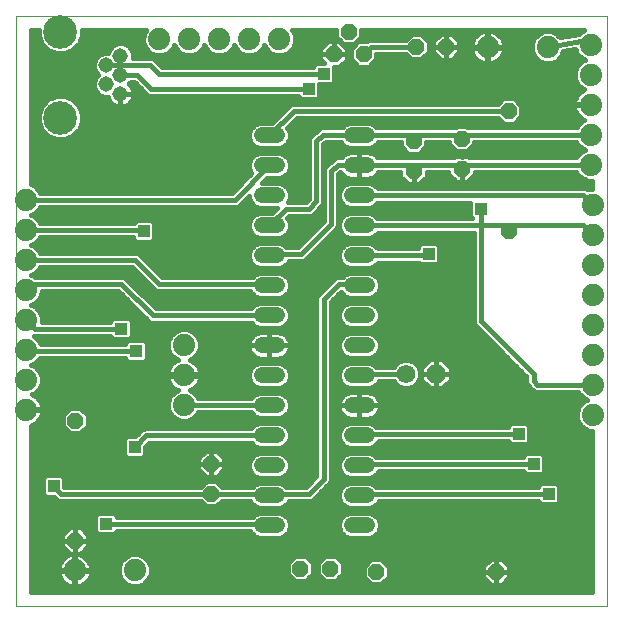
<source format=gbl>
G75*
%MOIN*%
%OFA0B0*%
%FSLAX25Y25*%
%IPPOS*%
%LPD*%
%AMOC8*
5,1,8,0,0,1.08239X$1,22.5*
%
%ADD10C,0.00000*%
%ADD11OC8,0.05200*%
%ADD12C,0.07400*%
%ADD13C,0.05200*%
%ADD14C,0.05150*%
%ADD15C,0.11220*%
%ADD16OC8,0.06200*%
%ADD17C,0.06200*%
%ADD18C,0.01600*%
%ADD19R,0.03962X0.03962*%
D10*
X0003152Y0004300D02*
X0003152Y0201150D01*
X0200002Y0201150D01*
X0200002Y0004300D01*
X0003152Y0004300D01*
D11*
X0022817Y0026190D03*
X0022817Y0066190D03*
X0068152Y0051800D03*
X0068152Y0041800D03*
X0097876Y0016820D03*
X0107876Y0016820D03*
X0123191Y0015757D03*
X0163191Y0015757D03*
X0167306Y0129359D03*
X0151617Y0150107D03*
X0151617Y0160107D03*
X0135652Y0159300D03*
X0135652Y0149300D03*
X0167306Y0169359D03*
X0146498Y0190737D03*
X0136498Y0190737D03*
X0118998Y0188355D03*
X0113998Y0195855D03*
X0108998Y0188355D03*
D12*
X0090829Y0193276D03*
X0080829Y0193276D03*
X0070829Y0193276D03*
X0060829Y0193276D03*
X0050829Y0193276D03*
X0006400Y0139792D03*
X0006400Y0129792D03*
X0006400Y0119792D03*
X0006400Y0109792D03*
X0006400Y0099792D03*
X0006400Y0089792D03*
X0006400Y0079792D03*
X0006400Y0069792D03*
X0058998Y0071367D03*
X0058998Y0081367D03*
X0058998Y0091367D03*
X0042640Y0016249D03*
X0022640Y0016249D03*
X0194628Y0151485D03*
X0194628Y0161485D03*
X0194628Y0171485D03*
X0194628Y0181485D03*
X0194628Y0191485D03*
X0180298Y0190658D03*
X0160298Y0190658D03*
X0195317Y0138158D03*
X0195317Y0128158D03*
X0195317Y0118158D03*
X0195317Y0108158D03*
X0195317Y0098158D03*
X0195317Y0088158D03*
X0195317Y0078158D03*
X0195317Y0068158D03*
D13*
X0120161Y0071229D02*
X0114961Y0071229D01*
X0114961Y0061229D02*
X0120161Y0061229D01*
X0120161Y0051229D02*
X0114961Y0051229D01*
X0114961Y0041229D02*
X0120161Y0041229D01*
X0120161Y0031229D02*
X0114961Y0031229D01*
X0090161Y0031229D02*
X0084961Y0031229D01*
X0084961Y0041229D02*
X0090161Y0041229D01*
X0090161Y0051229D02*
X0084961Y0051229D01*
X0084961Y0061229D02*
X0090161Y0061229D01*
X0090161Y0071229D02*
X0084961Y0071229D01*
X0084961Y0081229D02*
X0090161Y0081229D01*
X0090161Y0091229D02*
X0084961Y0091229D01*
X0084961Y0101229D02*
X0090161Y0101229D01*
X0090161Y0111229D02*
X0084961Y0111229D01*
X0084961Y0121229D02*
X0090161Y0121229D01*
X0090161Y0131229D02*
X0084961Y0131229D01*
X0084961Y0141229D02*
X0090161Y0141229D01*
X0090161Y0151229D02*
X0084961Y0151229D01*
X0084961Y0161229D02*
X0090161Y0161229D01*
X0114961Y0161229D02*
X0120161Y0161229D01*
X0120161Y0151229D02*
X0114961Y0151229D01*
X0114961Y0141229D02*
X0120161Y0141229D01*
X0120161Y0131229D02*
X0114961Y0131229D01*
X0114961Y0121229D02*
X0120161Y0121229D01*
X0120161Y0111229D02*
X0114961Y0111229D01*
X0114961Y0101229D02*
X0120161Y0101229D01*
X0120161Y0091229D02*
X0114961Y0091229D01*
X0114961Y0081229D02*
X0120161Y0081229D01*
D14*
X0037916Y0175166D03*
X0033191Y0178316D03*
X0037916Y0181465D03*
X0033191Y0184615D03*
X0037916Y0187765D03*
D15*
X0017837Y0195835D03*
X0017837Y0167095D03*
D16*
X0143152Y0081800D03*
D17*
X0133152Y0081800D03*
D18*
X0118132Y0081800D01*
X0117561Y0081229D01*
X0114126Y0077029D02*
X0120997Y0077029D01*
X0122541Y0077669D01*
X0123722Y0078850D01*
X0123950Y0079400D01*
X0129059Y0079400D01*
X0129167Y0079138D01*
X0130490Y0077816D01*
X0132217Y0077100D01*
X0134087Y0077100D01*
X0135814Y0077816D01*
X0137136Y0079138D01*
X0137852Y0080865D01*
X0137852Y0082735D01*
X0137136Y0084462D01*
X0135814Y0085784D01*
X0134087Y0086500D01*
X0132217Y0086500D01*
X0130490Y0085784D01*
X0129167Y0084462D01*
X0129059Y0084200D01*
X0123130Y0084200D01*
X0122541Y0084790D01*
X0120997Y0085429D01*
X0114126Y0085429D01*
X0112582Y0084790D01*
X0111401Y0083608D01*
X0110761Y0082065D01*
X0110761Y0080394D01*
X0111401Y0078850D01*
X0112582Y0077669D01*
X0114126Y0077029D01*
X0114615Y0075629D02*
X0113931Y0075521D01*
X0113272Y0075307D01*
X0112655Y0074992D01*
X0112095Y0074585D01*
X0111605Y0074096D01*
X0111198Y0073535D01*
X0110884Y0072918D01*
X0110670Y0072259D01*
X0110561Y0071575D01*
X0110561Y0071229D01*
X0110561Y0070883D01*
X0110670Y0070199D01*
X0110884Y0069540D01*
X0111198Y0068923D01*
X0111605Y0068363D01*
X0112095Y0067873D01*
X0112655Y0067466D01*
X0113272Y0067151D01*
X0113931Y0066937D01*
X0114615Y0066829D01*
X0117561Y0066829D01*
X0117561Y0071229D01*
X0110561Y0071229D01*
X0117561Y0071229D01*
X0117561Y0071229D01*
X0117561Y0071229D01*
X0117561Y0075629D01*
X0114615Y0075629D01*
X0112163Y0074634D02*
X0108052Y0074634D01*
X0108052Y0073036D02*
X0110944Y0073036D01*
X0110561Y0071437D02*
X0108052Y0071437D01*
X0108052Y0069839D02*
X0110787Y0069839D01*
X0111728Y0068240D02*
X0108052Y0068240D01*
X0108052Y0066642D02*
X0190209Y0066642D01*
X0190017Y0067104D02*
X0190824Y0065156D01*
X0192315Y0063665D01*
X0194263Y0062858D01*
X0195202Y0062858D01*
X0195202Y0009100D01*
X0007952Y0009100D01*
X0007952Y0064513D01*
X0008511Y0064695D01*
X0009283Y0065088D01*
X0009983Y0065597D01*
X0010595Y0066209D01*
X0011104Y0066909D01*
X0011497Y0067681D01*
X0011765Y0068504D01*
X0011900Y0069359D01*
X0011900Y0069592D01*
X0007952Y0069592D01*
X0007952Y0069992D01*
X0011900Y0069992D01*
X0011900Y0070225D01*
X0011765Y0071080D01*
X0011497Y0071903D01*
X0011104Y0072675D01*
X0010595Y0073375D01*
X0009983Y0073987D01*
X0009283Y0074496D01*
X0008511Y0074889D01*
X0008456Y0074907D01*
X0009402Y0075299D01*
X0010893Y0076790D01*
X0011700Y0078738D01*
X0011700Y0080846D01*
X0010893Y0082794D01*
X0009402Y0084285D01*
X0008178Y0084792D01*
X0009402Y0085299D01*
X0010893Y0086790D01*
X0010939Y0086900D01*
X0039571Y0086900D01*
X0039571Y0086656D01*
X0040508Y0085719D01*
X0045796Y0085719D01*
X0046733Y0086656D01*
X0046733Y0091944D01*
X0045796Y0092881D01*
X0040508Y0092881D01*
X0039571Y0091944D01*
X0039571Y0091700D01*
X0011346Y0091700D01*
X0010893Y0092794D01*
X0009402Y0094285D01*
X0009125Y0094400D01*
X0034571Y0094400D01*
X0034571Y0094156D01*
X0035508Y0093219D01*
X0040796Y0093219D01*
X0041733Y0094156D01*
X0041733Y0099444D01*
X0040796Y0100381D01*
X0035508Y0100381D01*
X0034571Y0099444D01*
X0034571Y0099200D01*
X0011700Y0099200D01*
X0011700Y0100846D01*
X0010893Y0102794D01*
X0009402Y0104285D01*
X0008178Y0104792D01*
X0009402Y0105299D01*
X0010893Y0106790D01*
X0011700Y0108738D01*
X0011700Y0109400D01*
X0037158Y0109400D01*
X0047363Y0099195D01*
X0048245Y0098829D01*
X0081422Y0098829D01*
X0082582Y0097669D01*
X0084126Y0097029D01*
X0090997Y0097029D01*
X0092541Y0097669D01*
X0093722Y0098850D01*
X0094361Y0100394D01*
X0094361Y0102065D01*
X0093722Y0103608D01*
X0092541Y0104790D01*
X0090997Y0105429D01*
X0084126Y0105429D01*
X0082582Y0104790D01*
X0081422Y0103629D01*
X0049717Y0103629D01*
X0040187Y0113159D01*
X0039511Y0113835D01*
X0038629Y0114200D01*
X0009487Y0114200D01*
X0009402Y0114285D01*
X0008178Y0114792D01*
X0009402Y0115299D01*
X0010893Y0116790D01*
X0011143Y0117392D01*
X0041666Y0117392D01*
X0048617Y0110441D01*
X0049292Y0109765D01*
X0050175Y0109400D01*
X0081173Y0109400D01*
X0081401Y0108850D01*
X0082582Y0107669D01*
X0084126Y0107029D01*
X0090997Y0107029D01*
X0092541Y0107669D01*
X0093722Y0108850D01*
X0094361Y0110394D01*
X0094361Y0112065D01*
X0093722Y0113608D01*
X0092541Y0114790D01*
X0090997Y0115429D01*
X0084126Y0115429D01*
X0082582Y0114790D01*
X0081993Y0114200D01*
X0051646Y0114200D01*
X0044019Y0121827D01*
X0043137Y0122192D01*
X0011143Y0122192D01*
X0010893Y0122794D01*
X0009402Y0124285D01*
X0008178Y0124792D01*
X0009402Y0125299D01*
X0010893Y0126790D01*
X0011143Y0127392D01*
X0042071Y0127392D01*
X0042071Y0126656D01*
X0043008Y0125719D01*
X0048296Y0125719D01*
X0049233Y0126656D01*
X0049233Y0131944D01*
X0048296Y0132881D01*
X0043008Y0132881D01*
X0042319Y0132192D01*
X0011143Y0132192D01*
X0010893Y0132794D01*
X0009402Y0134285D01*
X0008178Y0134792D01*
X0009402Y0135299D01*
X0010893Y0136790D01*
X0011143Y0137392D01*
X0076602Y0137392D01*
X0077484Y0137758D01*
X0080761Y0141035D01*
X0080761Y0140394D01*
X0081401Y0138850D01*
X0082582Y0137669D01*
X0084126Y0137029D01*
X0089967Y0137029D01*
X0088367Y0135429D01*
X0084126Y0135429D01*
X0082582Y0134790D01*
X0081401Y0133608D01*
X0080761Y0132065D01*
X0080761Y0130394D01*
X0081401Y0128850D01*
X0082582Y0127669D01*
X0084126Y0127029D01*
X0090997Y0127029D01*
X0092541Y0127669D01*
X0093722Y0128850D01*
X0094361Y0130394D01*
X0094361Y0132065D01*
X0093722Y0133608D01*
X0093528Y0133802D01*
X0094126Y0134400D01*
X0101129Y0134400D01*
X0102011Y0134765D01*
X0102687Y0135441D01*
X0105187Y0137941D01*
X0105552Y0138823D01*
X0105552Y0158306D01*
X0106331Y0159085D01*
X0111303Y0159085D01*
X0111401Y0158850D01*
X0112582Y0157669D01*
X0114126Y0157029D01*
X0120997Y0157029D01*
X0122541Y0157669D01*
X0123722Y0158850D01*
X0123819Y0159085D01*
X0131452Y0159085D01*
X0131452Y0157560D01*
X0133912Y0155100D01*
X0137392Y0155100D01*
X0139852Y0157560D01*
X0139852Y0159085D01*
X0147417Y0159085D01*
X0147417Y0158367D01*
X0149877Y0155907D01*
X0153356Y0155907D01*
X0155817Y0158367D01*
X0155817Y0159085D01*
X0189886Y0159085D01*
X0190135Y0158483D01*
X0191626Y0156992D01*
X0192850Y0156485D01*
X0191626Y0155978D01*
X0190135Y0154487D01*
X0189886Y0153885D01*
X0154061Y0153885D01*
X0153439Y0154507D01*
X0151617Y0154507D01*
X0151617Y0153885D01*
X0151616Y0153885D01*
X0151616Y0154507D01*
X0149794Y0154507D01*
X0149172Y0153885D01*
X0123670Y0153885D01*
X0123518Y0154096D01*
X0123028Y0154585D01*
X0122468Y0154992D01*
X0121850Y0155307D01*
X0121192Y0155521D01*
X0120508Y0155629D01*
X0117561Y0155629D01*
X0114615Y0155629D01*
X0113931Y0155521D01*
X0113272Y0155307D01*
X0112655Y0154992D01*
X0112095Y0154585D01*
X0111605Y0154096D01*
X0111452Y0153885D01*
X0109860Y0153885D01*
X0108978Y0153520D01*
X0106792Y0151335D01*
X0106117Y0150659D01*
X0105752Y0149777D01*
X0105752Y0132794D01*
X0097158Y0124200D01*
X0093130Y0124200D01*
X0092541Y0124790D01*
X0090997Y0125429D01*
X0084126Y0125429D01*
X0082582Y0124790D01*
X0081401Y0123608D01*
X0080761Y0122065D01*
X0080761Y0120394D01*
X0081401Y0118850D01*
X0082582Y0117669D01*
X0084126Y0117029D01*
X0090997Y0117029D01*
X0092541Y0117669D01*
X0093722Y0118850D01*
X0093950Y0119400D01*
X0098629Y0119400D01*
X0099511Y0119765D01*
X0100187Y0120441D01*
X0110187Y0130441D01*
X0110552Y0131323D01*
X0110552Y0148306D01*
X0111188Y0148942D01*
X0111198Y0148923D01*
X0111605Y0148363D01*
X0112095Y0147873D01*
X0112655Y0147466D01*
X0113272Y0147151D01*
X0113931Y0146937D01*
X0114615Y0146829D01*
X0117561Y0146829D01*
X0117561Y0149085D01*
X0117561Y0149085D01*
X0117561Y0146829D01*
X0120508Y0146829D01*
X0121192Y0146937D01*
X0121850Y0147151D01*
X0122468Y0147466D01*
X0123028Y0147873D01*
X0123518Y0148363D01*
X0123925Y0148923D01*
X0124007Y0149085D01*
X0131252Y0149085D01*
X0131252Y0147477D01*
X0133829Y0144900D01*
X0135652Y0144900D01*
X0137474Y0144900D01*
X0140052Y0147477D01*
X0140052Y0149085D01*
X0147217Y0149085D01*
X0147217Y0148285D01*
X0149794Y0145707D01*
X0151616Y0145707D01*
X0151616Y0149085D01*
X0151617Y0149085D01*
X0151617Y0145707D01*
X0153439Y0145707D01*
X0156017Y0148285D01*
X0156017Y0149085D01*
X0189886Y0149085D01*
X0190135Y0148483D01*
X0191626Y0146992D01*
X0193574Y0146185D01*
X0195202Y0146185D01*
X0195202Y0143458D01*
X0194263Y0143458D01*
X0193661Y0143209D01*
X0193606Y0143264D01*
X0192724Y0143629D01*
X0123701Y0143629D01*
X0122541Y0144790D01*
X0120997Y0145429D01*
X0114126Y0145429D01*
X0112582Y0144790D01*
X0111401Y0143608D01*
X0110761Y0142065D01*
X0110761Y0140394D01*
X0111401Y0138850D01*
X0112582Y0137669D01*
X0114126Y0137029D01*
X0120997Y0137029D01*
X0122541Y0137669D01*
X0123701Y0138829D01*
X0154571Y0138829D01*
X0154571Y0134156D01*
X0155098Y0133629D01*
X0123701Y0133629D01*
X0122541Y0134790D01*
X0120997Y0135429D01*
X0114126Y0135429D01*
X0112582Y0134790D01*
X0111401Y0133608D01*
X0110761Y0132065D01*
X0110761Y0130394D01*
X0111401Y0128850D01*
X0112582Y0127669D01*
X0114126Y0127029D01*
X0120997Y0127029D01*
X0122541Y0127669D01*
X0123701Y0128829D01*
X0155752Y0128829D01*
X0155752Y0098823D01*
X0156117Y0097941D01*
X0173252Y0080806D01*
X0173252Y0078823D01*
X0173617Y0077941D01*
X0174759Y0076799D01*
X0175434Y0076124D01*
X0176316Y0075758D01*
X0190575Y0075758D01*
X0190824Y0075156D01*
X0192315Y0073665D01*
X0193539Y0073158D01*
X0192315Y0072651D01*
X0190824Y0071160D01*
X0190017Y0069213D01*
X0190017Y0067104D01*
X0190017Y0068240D02*
X0123395Y0068240D01*
X0123518Y0068363D02*
X0123925Y0068923D01*
X0124239Y0069540D01*
X0124453Y0070199D01*
X0124561Y0070883D01*
X0124561Y0071229D01*
X0117562Y0071229D01*
X0117562Y0071229D01*
X0124561Y0071229D01*
X0124561Y0071575D01*
X0124453Y0072259D01*
X0124239Y0072918D01*
X0123925Y0073535D01*
X0123518Y0074096D01*
X0123028Y0074585D01*
X0122468Y0074992D01*
X0121850Y0075307D01*
X0121192Y0075521D01*
X0120508Y0075629D01*
X0117561Y0075629D01*
X0117561Y0071229D01*
X0117561Y0071229D01*
X0117561Y0066829D01*
X0120508Y0066829D01*
X0121192Y0066937D01*
X0121850Y0067151D01*
X0122468Y0067466D01*
X0123028Y0067873D01*
X0123518Y0068363D01*
X0124336Y0069839D02*
X0190277Y0069839D01*
X0191101Y0071437D02*
X0124561Y0071437D01*
X0124179Y0073036D02*
X0193244Y0073036D01*
X0191346Y0074634D02*
X0122960Y0074634D01*
X0122703Y0077832D02*
X0130474Y0077832D01*
X0135830Y0077832D02*
X0140191Y0077832D01*
X0141122Y0076900D02*
X0143152Y0076900D01*
X0145182Y0076900D01*
X0148052Y0079770D01*
X0148052Y0081800D01*
X0148052Y0083830D01*
X0145182Y0086700D01*
X0143152Y0086700D01*
X0143152Y0081800D01*
X0148052Y0081800D01*
X0143152Y0081800D01*
X0143152Y0081800D01*
X0143152Y0081800D01*
X0143152Y0076900D01*
X0143152Y0081800D01*
X0143152Y0081800D01*
X0143152Y0086700D01*
X0141122Y0086700D01*
X0138252Y0083830D01*
X0138252Y0081800D01*
X0143152Y0081800D01*
X0143152Y0081800D01*
X0138252Y0081800D01*
X0138252Y0079770D01*
X0141122Y0076900D01*
X0143152Y0077832D02*
X0143152Y0077832D01*
X0143152Y0079430D02*
X0143152Y0079430D01*
X0143152Y0081029D02*
X0143152Y0081029D01*
X0143152Y0082627D02*
X0143152Y0082627D01*
X0143152Y0084226D02*
X0143152Y0084226D01*
X0143152Y0085824D02*
X0143152Y0085824D01*
X0140246Y0085824D02*
X0135719Y0085824D01*
X0137235Y0084226D02*
X0138648Y0084226D01*
X0138252Y0082627D02*
X0137852Y0082627D01*
X0137852Y0081029D02*
X0138252Y0081029D01*
X0138592Y0079430D02*
X0137258Y0079430D01*
X0130585Y0085824D02*
X0108052Y0085824D01*
X0108052Y0084226D02*
X0112018Y0084226D01*
X0110994Y0082627D02*
X0108052Y0082627D01*
X0108052Y0081029D02*
X0110761Y0081029D01*
X0111161Y0079430D02*
X0108052Y0079430D01*
X0108052Y0077832D02*
X0112419Y0077832D01*
X0108052Y0076233D02*
X0175325Y0076233D01*
X0173726Y0077832D02*
X0146113Y0077832D01*
X0147712Y0079430D02*
X0173252Y0079430D01*
X0173029Y0081029D02*
X0148052Y0081029D01*
X0148052Y0082627D02*
X0171431Y0082627D01*
X0169832Y0084226D02*
X0147656Y0084226D01*
X0146058Y0085824D02*
X0168234Y0085824D01*
X0166635Y0087423D02*
X0121947Y0087423D01*
X0122541Y0087669D02*
X0123722Y0088850D01*
X0124361Y0090394D01*
X0124361Y0092065D01*
X0123722Y0093608D01*
X0122541Y0094790D01*
X0120997Y0095429D01*
X0114126Y0095429D01*
X0112582Y0094790D01*
X0111401Y0093608D01*
X0110761Y0092065D01*
X0110761Y0090394D01*
X0111401Y0088850D01*
X0112582Y0087669D01*
X0114126Y0087029D01*
X0120997Y0087029D01*
X0122541Y0087669D01*
X0123793Y0089021D02*
X0165037Y0089021D01*
X0163438Y0090620D02*
X0124361Y0090620D01*
X0124298Y0092218D02*
X0161840Y0092218D01*
X0160241Y0093817D02*
X0123514Y0093817D01*
X0121031Y0095415D02*
X0158643Y0095415D01*
X0157044Y0097014D02*
X0108052Y0097014D01*
X0108052Y0098612D02*
X0111639Y0098612D01*
X0111401Y0098850D02*
X0112582Y0097669D01*
X0114126Y0097029D01*
X0120997Y0097029D01*
X0122541Y0097669D01*
X0123722Y0098850D01*
X0124361Y0100394D01*
X0124361Y0102065D01*
X0123722Y0103608D01*
X0122541Y0104790D01*
X0120997Y0105429D01*
X0114126Y0105429D01*
X0112582Y0104790D01*
X0111401Y0103608D01*
X0110761Y0102065D01*
X0110761Y0100394D01*
X0111401Y0098850D01*
X0110837Y0100211D02*
X0108052Y0100211D01*
X0108052Y0101809D02*
X0110761Y0101809D01*
X0111318Y0103408D02*
X0108052Y0103408D01*
X0108052Y0105006D02*
X0113105Y0105006D01*
X0114126Y0107029D02*
X0120997Y0107029D01*
X0122541Y0107669D01*
X0123722Y0108850D01*
X0124361Y0110394D01*
X0124361Y0112065D01*
X0123722Y0113608D01*
X0122541Y0114790D01*
X0120997Y0115429D01*
X0114126Y0115429D01*
X0112582Y0114790D01*
X0111993Y0114200D01*
X0110175Y0114200D01*
X0109292Y0113835D01*
X0108617Y0113159D01*
X0104292Y0108835D01*
X0103617Y0108159D01*
X0103252Y0107277D01*
X0103252Y0047794D01*
X0099658Y0044200D01*
X0093130Y0044200D01*
X0092541Y0044790D01*
X0090997Y0045429D01*
X0084126Y0045429D01*
X0082582Y0044790D01*
X0081993Y0044200D01*
X0071692Y0044200D01*
X0069892Y0046000D01*
X0066412Y0046000D01*
X0064612Y0044200D01*
X0019233Y0044200D01*
X0019233Y0046944D01*
X0018296Y0047881D01*
X0013008Y0047881D01*
X0012071Y0046944D01*
X0012071Y0041656D01*
X0013008Y0040719D01*
X0015839Y0040719D01*
X0016117Y0040441D01*
X0016792Y0039765D01*
X0017675Y0039400D01*
X0064612Y0039400D01*
X0066412Y0037600D01*
X0069892Y0037600D01*
X0071692Y0039400D01*
X0081173Y0039400D01*
X0081401Y0038850D01*
X0082582Y0037669D01*
X0084126Y0037029D01*
X0090997Y0037029D01*
X0092541Y0037669D01*
X0093722Y0038850D01*
X0093950Y0039400D01*
X0101129Y0039400D01*
X0102011Y0039765D01*
X0107011Y0044765D01*
X0107687Y0045441D01*
X0108052Y0046323D01*
X0108052Y0105806D01*
X0111312Y0109066D01*
X0111401Y0108850D01*
X0112582Y0107669D01*
X0114126Y0107029D01*
X0112048Y0108203D02*
X0110449Y0108203D01*
X0108851Y0106605D02*
X0155752Y0106605D01*
X0155752Y0108203D02*
X0123075Y0108203D01*
X0124116Y0109802D02*
X0155752Y0109802D01*
X0155752Y0111400D02*
X0124361Y0111400D01*
X0123974Y0112999D02*
X0155752Y0112999D01*
X0155752Y0114597D02*
X0122733Y0114597D01*
X0120997Y0117029D02*
X0122541Y0117669D01*
X0123701Y0118829D01*
X0137398Y0118829D01*
X0138008Y0118219D01*
X0143296Y0118219D01*
X0144233Y0119156D01*
X0144233Y0124444D01*
X0143296Y0125381D01*
X0138008Y0125381D01*
X0137071Y0124444D01*
X0137071Y0123629D01*
X0123701Y0123629D01*
X0122541Y0124790D01*
X0120997Y0125429D01*
X0114126Y0125429D01*
X0112582Y0124790D01*
X0111401Y0123608D01*
X0110761Y0122065D01*
X0110761Y0120394D01*
X0111401Y0118850D01*
X0112582Y0117669D01*
X0114126Y0117029D01*
X0120997Y0117029D01*
X0122666Y0117794D02*
X0155752Y0117794D01*
X0155752Y0116196D02*
X0049650Y0116196D01*
X0048052Y0117794D02*
X0082457Y0117794D01*
X0081176Y0119393D02*
X0046453Y0119393D01*
X0044855Y0120991D02*
X0080761Y0120991D01*
X0080979Y0122590D02*
X0010978Y0122590D01*
X0009499Y0124188D02*
X0081981Y0124188D01*
X0083266Y0127385D02*
X0049233Y0127385D01*
X0049233Y0128984D02*
X0081345Y0128984D01*
X0080761Y0130582D02*
X0049233Y0130582D01*
X0048996Y0132181D02*
X0080810Y0132181D01*
X0081572Y0133779D02*
X0009908Y0133779D01*
X0009481Y0135378D02*
X0084002Y0135378D01*
X0081676Y0138575D02*
X0078301Y0138575D01*
X0079900Y0140173D02*
X0080853Y0140173D01*
X0076124Y0139792D02*
X0087561Y0151229D01*
X0086756Y0147029D02*
X0090997Y0147029D01*
X0092541Y0147669D01*
X0093722Y0148850D01*
X0094361Y0150394D01*
X0094361Y0152065D01*
X0093722Y0153608D01*
X0092541Y0154790D01*
X0090997Y0155429D01*
X0084126Y0155429D01*
X0082582Y0154790D01*
X0081401Y0153608D01*
X0080761Y0152065D01*
X0080761Y0150394D01*
X0081401Y0148850D01*
X0081595Y0148656D01*
X0075130Y0142192D01*
X0011143Y0142192D01*
X0010893Y0142794D01*
X0009402Y0144285D01*
X0007952Y0144886D01*
X0007952Y0196350D01*
X0010627Y0196350D01*
X0010627Y0194401D01*
X0011724Y0191751D01*
X0013753Y0189723D01*
X0016403Y0188625D01*
X0019271Y0188625D01*
X0021921Y0189723D01*
X0023950Y0191751D01*
X0025047Y0194401D01*
X0025047Y0196350D01*
X0046408Y0196350D01*
X0046336Y0196279D01*
X0045529Y0194331D01*
X0045529Y0192222D01*
X0046336Y0190274D01*
X0047827Y0188783D01*
X0049775Y0187976D01*
X0051883Y0187976D01*
X0053831Y0188783D01*
X0055322Y0190274D01*
X0055829Y0191498D01*
X0056336Y0190274D01*
X0057827Y0188783D01*
X0059775Y0187976D01*
X0061883Y0187976D01*
X0063831Y0188783D01*
X0065322Y0190274D01*
X0065829Y0191498D01*
X0066336Y0190274D01*
X0067827Y0188783D01*
X0069775Y0187976D01*
X0071883Y0187976D01*
X0073831Y0188783D01*
X0075322Y0190274D01*
X0075829Y0191498D01*
X0076336Y0190274D01*
X0077827Y0188783D01*
X0079775Y0187976D01*
X0081883Y0187976D01*
X0083831Y0188783D01*
X0085322Y0190274D01*
X0085829Y0191498D01*
X0086336Y0190274D01*
X0087827Y0188783D01*
X0089775Y0187976D01*
X0091883Y0187976D01*
X0093831Y0188783D01*
X0095322Y0190274D01*
X0096129Y0192222D01*
X0096129Y0194331D01*
X0095322Y0196279D01*
X0095250Y0196350D01*
X0109798Y0196350D01*
X0109798Y0194115D01*
X0112259Y0191655D01*
X0115738Y0191655D01*
X0118198Y0194115D01*
X0118198Y0196350D01*
X0192525Y0196350D01*
X0191626Y0195978D01*
X0190834Y0195186D01*
X0184514Y0193937D01*
X0183300Y0195151D01*
X0181352Y0195958D01*
X0179243Y0195958D01*
X0177295Y0195151D01*
X0175805Y0193660D01*
X0174998Y0191712D01*
X0174998Y0189604D01*
X0175805Y0187656D01*
X0177295Y0186165D01*
X0179243Y0185358D01*
X0181352Y0185358D01*
X0183300Y0186165D01*
X0184791Y0187656D01*
X0185442Y0189228D01*
X0189495Y0190028D01*
X0190135Y0188483D01*
X0191626Y0186992D01*
X0192850Y0186485D01*
X0191626Y0185978D01*
X0190135Y0184487D01*
X0189328Y0182539D01*
X0189328Y0180431D01*
X0190135Y0178483D01*
X0191626Y0176992D01*
X0192572Y0176600D01*
X0192517Y0176582D01*
X0191746Y0176189D01*
X0191045Y0175680D01*
X0190433Y0175068D01*
X0189924Y0174368D01*
X0189531Y0173596D01*
X0189264Y0172773D01*
X0189128Y0171918D01*
X0189128Y0171685D01*
X0194428Y0171685D01*
X0194428Y0171285D01*
X0189128Y0171285D01*
X0189128Y0171052D01*
X0189264Y0170197D01*
X0189531Y0169374D01*
X0189924Y0168602D01*
X0190433Y0167902D01*
X0191045Y0167290D01*
X0191746Y0166781D01*
X0192517Y0166388D01*
X0192572Y0166370D01*
X0191626Y0165978D01*
X0190135Y0164487D01*
X0189886Y0163885D01*
X0153778Y0163885D01*
X0153356Y0164307D01*
X0149877Y0164307D01*
X0149455Y0163885D01*
X0123445Y0163885D01*
X0122541Y0164790D01*
X0120997Y0165429D01*
X0114126Y0165429D01*
X0112582Y0164790D01*
X0111678Y0163885D01*
X0104860Y0163885D01*
X0103978Y0163520D01*
X0101792Y0161335D01*
X0101117Y0160659D01*
X0100752Y0159777D01*
X0100752Y0140294D01*
X0099658Y0139200D01*
X0093867Y0139200D01*
X0094361Y0140394D01*
X0094361Y0142065D01*
X0093722Y0143608D01*
X0092541Y0144790D01*
X0090997Y0145429D01*
X0085155Y0145429D01*
X0086756Y0147029D01*
X0086294Y0146568D02*
X0100752Y0146568D01*
X0100752Y0148166D02*
X0093038Y0148166D01*
X0094101Y0149765D02*
X0100752Y0149765D01*
X0100752Y0151363D02*
X0094361Y0151363D01*
X0093990Y0152962D02*
X0100752Y0152962D01*
X0100752Y0154560D02*
X0092770Y0154560D01*
X0090997Y0157029D02*
X0092541Y0157669D01*
X0093722Y0158850D01*
X0094361Y0160394D01*
X0094361Y0162065D01*
X0093722Y0163608D01*
X0093528Y0163802D01*
X0096626Y0166900D01*
X0163825Y0166900D01*
X0165566Y0165159D01*
X0169045Y0165159D01*
X0171505Y0167619D01*
X0171505Y0171099D01*
X0169045Y0173559D01*
X0165566Y0173559D01*
X0163707Y0171700D01*
X0095155Y0171700D01*
X0094273Y0171335D01*
X0088367Y0165429D01*
X0084126Y0165429D01*
X0082582Y0164790D01*
X0081401Y0163608D01*
X0080761Y0162065D01*
X0080761Y0160394D01*
X0081401Y0158850D01*
X0082582Y0157669D01*
X0084126Y0157029D01*
X0090997Y0157029D01*
X0092629Y0157757D02*
X0100752Y0157757D01*
X0100752Y0156159D02*
X0007952Y0156159D01*
X0007952Y0157757D02*
X0082494Y0157757D01*
X0081191Y0159356D02*
X0007952Y0159356D01*
X0007952Y0160954D02*
X0013822Y0160954D01*
X0013753Y0160983D02*
X0016403Y0159885D01*
X0019271Y0159885D01*
X0021921Y0160983D01*
X0023950Y0163011D01*
X0025047Y0165661D01*
X0025047Y0168529D01*
X0023950Y0171180D01*
X0021921Y0173208D01*
X0019271Y0174305D01*
X0016403Y0174305D01*
X0013753Y0173208D01*
X0011724Y0171180D01*
X0010627Y0168529D01*
X0010627Y0165661D01*
X0011724Y0163011D01*
X0013753Y0160983D01*
X0012183Y0162553D02*
X0007952Y0162553D01*
X0007952Y0164151D02*
X0011252Y0164151D01*
X0010627Y0165750D02*
X0007952Y0165750D01*
X0007952Y0167348D02*
X0010627Y0167348D01*
X0010800Y0168947D02*
X0007952Y0168947D01*
X0007952Y0170545D02*
X0011462Y0170545D01*
X0012689Y0172144D02*
X0007952Y0172144D01*
X0007952Y0173742D02*
X0015043Y0173742D01*
X0020631Y0173742D02*
X0033778Y0173742D01*
X0033861Y0173487D02*
X0034174Y0172873D01*
X0034579Y0172316D01*
X0035066Y0171829D01*
X0035623Y0171424D01*
X0036236Y0171112D01*
X0036891Y0170899D01*
X0037571Y0170791D01*
X0037916Y0170791D01*
X0038260Y0170791D01*
X0038940Y0170899D01*
X0039595Y0171112D01*
X0040209Y0171424D01*
X0040766Y0171829D01*
X0041253Y0172316D01*
X0041657Y0172873D01*
X0041970Y0173487D01*
X0042183Y0174142D01*
X0042291Y0174822D01*
X0042291Y0175166D01*
X0037916Y0175166D01*
X0037916Y0175166D01*
X0037916Y0170791D01*
X0037916Y0175166D01*
X0037916Y0175166D01*
X0042291Y0175166D01*
X0042291Y0175510D01*
X0042183Y0176191D01*
X0041970Y0176845D01*
X0041657Y0177459D01*
X0041253Y0178016D01*
X0040812Y0178457D01*
X0041420Y0179065D01*
X0042492Y0179065D01*
X0046117Y0175441D01*
X0046792Y0174765D01*
X0047675Y0174400D01*
X0097071Y0174400D01*
X0097071Y0174156D01*
X0098008Y0173219D01*
X0103296Y0173219D01*
X0104233Y0174156D01*
X0104233Y0178219D01*
X0108296Y0178219D01*
X0109233Y0179156D01*
X0109233Y0183955D01*
X0110821Y0183955D01*
X0113398Y0186533D01*
X0113398Y0188355D01*
X0108999Y0188355D01*
X0108999Y0188355D01*
X0113398Y0188355D01*
X0113398Y0190178D01*
X0110821Y0192755D01*
X0108998Y0192755D01*
X0107176Y0192755D01*
X0104598Y0190178D01*
X0104598Y0188355D01*
X0104598Y0186533D01*
X0105750Y0185381D01*
X0103008Y0185381D01*
X0102071Y0184444D01*
X0102071Y0184200D01*
X0051646Y0184200D01*
X0049196Y0186650D01*
X0048314Y0187015D01*
X0042091Y0187015D01*
X0042091Y0188595D01*
X0041455Y0190129D01*
X0040281Y0191304D01*
X0038746Y0191939D01*
X0037085Y0191939D01*
X0035551Y0191304D01*
X0034377Y0190129D01*
X0033822Y0188790D01*
X0032361Y0188790D01*
X0030827Y0188154D01*
X0029652Y0186980D01*
X0029017Y0185445D01*
X0029017Y0183785D01*
X0029652Y0182250D01*
X0030437Y0181465D01*
X0029652Y0180681D01*
X0029017Y0179146D01*
X0029017Y0177485D01*
X0029652Y0175951D01*
X0030827Y0174777D01*
X0032361Y0174141D01*
X0033649Y0174141D01*
X0033861Y0173487D01*
X0034751Y0172144D02*
X0022985Y0172144D01*
X0024212Y0170545D02*
X0093483Y0170545D01*
X0091885Y0168947D02*
X0024874Y0168947D01*
X0025047Y0167348D02*
X0090286Y0167348D01*
X0088688Y0165750D02*
X0025047Y0165750D01*
X0024422Y0164151D02*
X0081944Y0164151D01*
X0080964Y0162553D02*
X0023491Y0162553D01*
X0021852Y0160954D02*
X0080761Y0160954D01*
X0087561Y0161229D02*
X0095632Y0169300D01*
X0167246Y0169300D01*
X0167306Y0169359D01*
X0164150Y0172144D02*
X0041080Y0172144D01*
X0042053Y0173742D02*
X0097485Y0173742D01*
X0100652Y0176800D02*
X0048152Y0176800D01*
X0043487Y0181465D01*
X0037916Y0181465D01*
X0040892Y0178538D02*
X0043020Y0178538D01*
X0041922Y0176939D02*
X0044619Y0176939D01*
X0046217Y0175341D02*
X0042291Y0175341D01*
X0037916Y0173742D02*
X0037916Y0173742D01*
X0037916Y0172144D02*
X0037916Y0172144D01*
X0030262Y0175341D02*
X0007952Y0175341D01*
X0007952Y0176939D02*
X0029243Y0176939D01*
X0029017Y0178538D02*
X0007952Y0178538D01*
X0007952Y0180136D02*
X0029427Y0180136D01*
X0030167Y0181735D02*
X0007952Y0181735D01*
X0007952Y0183333D02*
X0029203Y0183333D01*
X0029017Y0184932D02*
X0007952Y0184932D01*
X0007952Y0186530D02*
X0029466Y0186530D01*
X0030801Y0188129D02*
X0007952Y0188129D01*
X0007952Y0189727D02*
X0013748Y0189727D01*
X0012150Y0191326D02*
X0007952Y0191326D01*
X0007952Y0192924D02*
X0011239Y0192924D01*
X0010627Y0194523D02*
X0007952Y0194523D01*
X0007952Y0196121D02*
X0010627Y0196121D01*
X0021926Y0189727D02*
X0034210Y0189727D01*
X0035604Y0191326D02*
X0023524Y0191326D01*
X0024435Y0192924D02*
X0045529Y0192924D01*
X0045609Y0194523D02*
X0025047Y0194523D01*
X0025047Y0196121D02*
X0046271Y0196121D01*
X0045900Y0191326D02*
X0040227Y0191326D01*
X0041622Y0189727D02*
X0046883Y0189727D01*
X0049407Y0188129D02*
X0042091Y0188129D01*
X0047837Y0184615D02*
X0050652Y0181800D01*
X0105652Y0181800D01*
X0102559Y0184932D02*
X0050914Y0184932D01*
X0049316Y0186530D02*
X0104601Y0186530D01*
X0104598Y0188129D02*
X0092251Y0188129D01*
X0094775Y0189727D02*
X0104598Y0189727D01*
X0104598Y0188355D02*
X0108998Y0188355D01*
X0104598Y0188355D01*
X0105747Y0191326D02*
X0095758Y0191326D01*
X0096129Y0192924D02*
X0110990Y0192924D01*
X0109798Y0194523D02*
X0096049Y0194523D01*
X0095387Y0196121D02*
X0109798Y0196121D01*
X0108998Y0192755D02*
X0108998Y0188355D01*
X0108998Y0188355D01*
X0108998Y0192755D01*
X0108998Y0191326D02*
X0108998Y0191326D01*
X0108998Y0189727D02*
X0108998Y0189727D01*
X0108998Y0188355D02*
X0108998Y0188355D01*
X0112250Y0191326D02*
X0116029Y0191326D01*
X0117259Y0192555D02*
X0114798Y0190095D01*
X0114798Y0186615D01*
X0117259Y0184155D01*
X0120738Y0184155D01*
X0123198Y0186615D01*
X0123198Y0188337D01*
X0132959Y0188337D01*
X0134759Y0186537D01*
X0138238Y0186537D01*
X0140698Y0188997D01*
X0140698Y0192477D01*
X0138238Y0194937D01*
X0134759Y0194937D01*
X0132959Y0193137D01*
X0120903Y0193137D01*
X0120021Y0192772D01*
X0119804Y0192555D01*
X0117259Y0192555D01*
X0117007Y0192924D02*
X0120390Y0192924D01*
X0121380Y0190737D02*
X0136498Y0190737D01*
X0133167Y0188129D02*
X0123198Y0188129D01*
X0123113Y0186530D02*
X0144483Y0186530D01*
X0144676Y0186337D02*
X0146498Y0186337D01*
X0146498Y0190737D01*
X0142098Y0190737D01*
X0146498Y0190737D01*
X0146498Y0190737D01*
X0146498Y0190737D01*
X0146498Y0195137D01*
X0144676Y0195137D01*
X0142098Y0192560D01*
X0142098Y0190737D01*
X0142098Y0188914D01*
X0144676Y0186337D01*
X0146498Y0186337D02*
X0148321Y0186337D01*
X0150898Y0188914D01*
X0150898Y0190737D01*
X0150898Y0192560D01*
X0148321Y0195137D01*
X0146498Y0195137D01*
X0146498Y0190737D01*
X0146498Y0190737D01*
X0146498Y0186337D01*
X0146498Y0186530D02*
X0146498Y0186530D01*
X0146498Y0188129D02*
X0146498Y0188129D01*
X0146498Y0189727D02*
X0146498Y0189727D01*
X0146499Y0190737D02*
X0146499Y0190737D01*
X0150898Y0190737D01*
X0146499Y0190737D01*
X0146498Y0191326D02*
X0146498Y0191326D01*
X0146498Y0192924D02*
X0146498Y0192924D01*
X0146498Y0194523D02*
X0146498Y0194523D01*
X0144062Y0194523D02*
X0138652Y0194523D01*
X0140251Y0192924D02*
X0142463Y0192924D01*
X0142098Y0191326D02*
X0140698Y0191326D01*
X0140698Y0189727D02*
X0142098Y0189727D01*
X0142884Y0188129D02*
X0139830Y0188129D01*
X0134345Y0194523D02*
X0118198Y0194523D01*
X0118198Y0196121D02*
X0159632Y0196121D01*
X0159865Y0196158D02*
X0159010Y0196023D01*
X0158186Y0195755D01*
X0157415Y0195362D01*
X0156715Y0194853D01*
X0156102Y0194241D01*
X0155594Y0193541D01*
X0155201Y0192770D01*
X0154933Y0191946D01*
X0154798Y0191091D01*
X0154798Y0190858D01*
X0160098Y0190858D01*
X0160098Y0196158D01*
X0159865Y0196158D01*
X0160098Y0196121D02*
X0160498Y0196121D01*
X0160498Y0196158D02*
X0160498Y0190858D01*
X0165798Y0190858D01*
X0165798Y0191091D01*
X0165662Y0191946D01*
X0165395Y0192770D01*
X0165002Y0193541D01*
X0164493Y0194241D01*
X0163881Y0194853D01*
X0163180Y0195362D01*
X0162409Y0195755D01*
X0161586Y0196023D01*
X0160730Y0196158D01*
X0160498Y0196158D01*
X0160963Y0196121D02*
X0191972Y0196121D01*
X0192955Y0193158D02*
X0194628Y0191485D01*
X0192955Y0193158D02*
X0180298Y0190658D01*
X0183928Y0194523D02*
X0187478Y0194523D01*
X0187970Y0189727D02*
X0189620Y0189727D01*
X0190489Y0188129D02*
X0184987Y0188129D01*
X0183665Y0186530D02*
X0192741Y0186530D01*
X0190580Y0184932D02*
X0121515Y0184932D01*
X0118998Y0188355D02*
X0121380Y0190737D01*
X0114798Y0189727D02*
X0113398Y0189727D01*
X0113398Y0188129D02*
X0114798Y0188129D01*
X0114884Y0186530D02*
X0113396Y0186530D01*
X0111798Y0184932D02*
X0116482Y0184932D01*
X0109233Y0183333D02*
X0189657Y0183333D01*
X0189328Y0181735D02*
X0109233Y0181735D01*
X0109233Y0180136D02*
X0189450Y0180136D01*
X0190112Y0178538D02*
X0108615Y0178538D01*
X0104233Y0176939D02*
X0191753Y0176939D01*
X0190706Y0175341D02*
X0104233Y0175341D01*
X0103819Y0173742D02*
X0189606Y0173742D01*
X0189164Y0172144D02*
X0170461Y0172144D01*
X0171505Y0170545D02*
X0189209Y0170545D01*
X0189749Y0168947D02*
X0171505Y0168947D01*
X0171234Y0167348D02*
X0190987Y0167348D01*
X0191398Y0165750D02*
X0169636Y0165750D01*
X0164975Y0165750D02*
X0095476Y0165750D01*
X0093878Y0164151D02*
X0111944Y0164151D01*
X0112494Y0157757D02*
X0105552Y0157757D01*
X0105552Y0156159D02*
X0132854Y0156159D01*
X0131452Y0157757D02*
X0122629Y0157757D01*
X0123053Y0154560D02*
X0190208Y0154560D01*
X0192062Y0156159D02*
X0153608Y0156159D01*
X0155206Y0157757D02*
X0190861Y0157757D01*
X0194628Y0161485D02*
X0105337Y0161485D01*
X0103152Y0159300D01*
X0103152Y0139300D01*
X0100652Y0136800D01*
X0093132Y0136800D01*
X0087561Y0131229D01*
X0091857Y0127385D02*
X0100343Y0127385D01*
X0098745Y0125787D02*
X0048364Y0125787D01*
X0045652Y0129300D02*
X0045160Y0129792D01*
X0006400Y0129792D01*
X0009890Y0125787D02*
X0042940Y0125787D01*
X0042071Y0127385D02*
X0011140Y0127385D01*
X0006400Y0119792D02*
X0042660Y0119792D01*
X0050652Y0111800D01*
X0088132Y0111800D01*
X0087561Y0111229D01*
X0088132Y0111800D02*
X0090652Y0111800D01*
X0092733Y0114597D02*
X0112390Y0114597D01*
X0110652Y0111800D02*
X0116991Y0111800D01*
X0117561Y0111229D01*
X0122018Y0105006D02*
X0155752Y0105006D01*
X0155752Y0103408D02*
X0123805Y0103408D01*
X0124361Y0101809D02*
X0155752Y0101809D01*
X0155752Y0100211D02*
X0124286Y0100211D01*
X0123484Y0098612D02*
X0155839Y0098612D01*
X0158152Y0099300D02*
X0175652Y0081800D01*
X0175652Y0079300D01*
X0176794Y0078158D01*
X0195317Y0078158D01*
X0190937Y0065043D02*
X0173633Y0065043D01*
X0173296Y0065381D02*
X0168008Y0065381D01*
X0167071Y0064444D01*
X0167071Y0064200D01*
X0123130Y0064200D01*
X0122541Y0064790D01*
X0120997Y0065429D01*
X0114126Y0065429D01*
X0112582Y0064790D01*
X0111401Y0063608D01*
X0110761Y0062065D01*
X0110761Y0060394D01*
X0111401Y0058850D01*
X0112582Y0057669D01*
X0114126Y0057029D01*
X0120997Y0057029D01*
X0122541Y0057669D01*
X0123722Y0058850D01*
X0123950Y0059400D01*
X0167071Y0059400D01*
X0167071Y0059156D01*
X0168008Y0058219D01*
X0173296Y0058219D01*
X0174233Y0059156D01*
X0174233Y0064444D01*
X0173296Y0065381D01*
X0174233Y0063445D02*
X0192847Y0063445D01*
X0195202Y0061846D02*
X0174233Y0061846D01*
X0174233Y0060248D02*
X0195202Y0060248D01*
X0195202Y0058649D02*
X0173726Y0058649D01*
X0170652Y0061800D02*
X0118132Y0061800D01*
X0117561Y0061229D01*
X0114073Y0057051D02*
X0108052Y0057051D01*
X0108052Y0058649D02*
X0111601Y0058649D01*
X0110822Y0060248D02*
X0108052Y0060248D01*
X0108052Y0061846D02*
X0110761Y0061846D01*
X0111333Y0063445D02*
X0108052Y0063445D01*
X0108052Y0065043D02*
X0113195Y0065043D01*
X0117561Y0068240D02*
X0117561Y0068240D01*
X0117561Y0069839D02*
X0117561Y0069839D01*
X0117561Y0071437D02*
X0117561Y0071437D01*
X0117561Y0073036D02*
X0117561Y0073036D01*
X0117561Y0074634D02*
X0117561Y0074634D01*
X0123105Y0084226D02*
X0129069Y0084226D01*
X0113176Y0087423D02*
X0108052Y0087423D01*
X0108052Y0089021D02*
X0111330Y0089021D01*
X0110761Y0090620D02*
X0108052Y0090620D01*
X0108052Y0092218D02*
X0110825Y0092218D01*
X0111609Y0093817D02*
X0108052Y0093817D01*
X0108052Y0095415D02*
X0114092Y0095415D01*
X0103252Y0095415D02*
X0091517Y0095415D01*
X0091192Y0095521D02*
X0090508Y0095629D01*
X0087561Y0095629D01*
X0084615Y0095629D01*
X0083931Y0095521D01*
X0083272Y0095307D01*
X0082655Y0094992D01*
X0082095Y0094585D01*
X0081605Y0094096D01*
X0081198Y0093535D01*
X0080884Y0092918D01*
X0080670Y0092259D01*
X0080561Y0091575D01*
X0080561Y0091229D01*
X0080561Y0090883D01*
X0080670Y0090199D01*
X0080884Y0089540D01*
X0081198Y0088923D01*
X0081605Y0088363D01*
X0082095Y0087873D01*
X0082655Y0087466D01*
X0083272Y0087151D01*
X0083931Y0086937D01*
X0084615Y0086829D01*
X0087561Y0086829D01*
X0087561Y0091229D01*
X0080561Y0091229D01*
X0087561Y0091229D01*
X0087561Y0091229D01*
X0087561Y0091229D01*
X0087561Y0095629D01*
X0087561Y0091229D01*
X0087561Y0091229D01*
X0087561Y0086829D01*
X0090508Y0086829D01*
X0091192Y0086937D01*
X0091850Y0087151D01*
X0092468Y0087466D01*
X0093028Y0087873D01*
X0093518Y0088363D01*
X0093925Y0088923D01*
X0094239Y0089540D01*
X0094453Y0090199D01*
X0094561Y0090883D01*
X0094561Y0091229D01*
X0087562Y0091229D01*
X0087562Y0091229D01*
X0094561Y0091229D01*
X0094561Y0091575D01*
X0094453Y0092259D01*
X0094239Y0092918D01*
X0093925Y0093535D01*
X0093518Y0094096D01*
X0093028Y0094585D01*
X0092468Y0094992D01*
X0091850Y0095307D01*
X0091192Y0095521D01*
X0093720Y0093817D02*
X0103252Y0093817D01*
X0103252Y0092218D02*
X0094460Y0092218D01*
X0094520Y0090620D02*
X0103252Y0090620D01*
X0103252Y0089021D02*
X0093975Y0089021D01*
X0092382Y0087423D02*
X0103252Y0087423D01*
X0103252Y0085824D02*
X0062221Y0085824D01*
X0061881Y0086071D02*
X0061110Y0086464D01*
X0061054Y0086482D01*
X0062001Y0086874D01*
X0063492Y0088365D01*
X0064298Y0090313D01*
X0064298Y0092421D01*
X0063492Y0094369D01*
X0062001Y0095860D01*
X0060053Y0096667D01*
X0057944Y0096667D01*
X0055996Y0095860D01*
X0054505Y0094369D01*
X0053698Y0092421D01*
X0053698Y0090313D01*
X0054505Y0088365D01*
X0055996Y0086874D01*
X0056942Y0086482D01*
X0056887Y0086464D01*
X0056116Y0086071D01*
X0055415Y0085562D01*
X0054803Y0084950D01*
X0054294Y0084250D01*
X0053901Y0083478D01*
X0053634Y0082655D01*
X0053498Y0081800D01*
X0053498Y0081567D01*
X0058798Y0081567D01*
X0058798Y0081167D01*
X0053498Y0081167D01*
X0053498Y0080934D01*
X0053634Y0080079D01*
X0053901Y0079256D01*
X0054294Y0078484D01*
X0054803Y0077784D01*
X0055415Y0077172D01*
X0056116Y0076663D01*
X0056887Y0076270D01*
X0056942Y0076252D01*
X0055996Y0075860D01*
X0054505Y0074369D01*
X0053698Y0072421D01*
X0053698Y0070313D01*
X0054505Y0068365D01*
X0055996Y0066874D01*
X0057944Y0066067D01*
X0060053Y0066067D01*
X0062001Y0066874D01*
X0063492Y0068365D01*
X0063741Y0068967D01*
X0081352Y0068967D01*
X0081401Y0068850D01*
X0082582Y0067669D01*
X0084126Y0067029D01*
X0090997Y0067029D01*
X0092541Y0067669D01*
X0093722Y0068850D01*
X0094361Y0070394D01*
X0094361Y0072065D01*
X0093722Y0073608D01*
X0092541Y0074790D01*
X0090997Y0075429D01*
X0084126Y0075429D01*
X0082582Y0074790D01*
X0081560Y0073767D01*
X0063741Y0073767D01*
X0063492Y0074369D01*
X0062001Y0075860D01*
X0061054Y0076252D01*
X0061110Y0076270D01*
X0061881Y0076663D01*
X0062581Y0077172D01*
X0063194Y0077784D01*
X0063702Y0078484D01*
X0064095Y0079256D01*
X0064363Y0080079D01*
X0064498Y0080934D01*
X0064498Y0081167D01*
X0059198Y0081167D01*
X0059198Y0081567D01*
X0064498Y0081567D01*
X0064498Y0081800D01*
X0064363Y0082655D01*
X0064095Y0083478D01*
X0063702Y0084250D01*
X0063194Y0084950D01*
X0062581Y0085562D01*
X0061881Y0086071D01*
X0062549Y0087423D02*
X0082740Y0087423D01*
X0081148Y0089021D02*
X0063763Y0089021D01*
X0064298Y0090620D02*
X0080603Y0090620D01*
X0080663Y0092218D02*
X0064298Y0092218D01*
X0063720Y0093817D02*
X0081403Y0093817D01*
X0083606Y0095415D02*
X0062446Y0095415D01*
X0055551Y0095415D02*
X0041733Y0095415D01*
X0041733Y0097014D02*
X0103252Y0097014D01*
X0103252Y0098612D02*
X0093484Y0098612D01*
X0094286Y0100211D02*
X0103252Y0100211D01*
X0103252Y0101809D02*
X0094361Y0101809D01*
X0093805Y0103408D02*
X0103252Y0103408D01*
X0103252Y0105006D02*
X0092018Y0105006D01*
X0093075Y0108203D02*
X0103661Y0108203D01*
X0104292Y0108835D02*
X0104292Y0108835D01*
X0105260Y0109802D02*
X0094116Y0109802D01*
X0094361Y0111400D02*
X0106858Y0111400D01*
X0108457Y0112999D02*
X0093974Y0112999D01*
X0092666Y0117794D02*
X0112457Y0117794D01*
X0111176Y0119393D02*
X0093947Y0119393D01*
X0098152Y0121800D02*
X0088132Y0121800D01*
X0087561Y0121229D01*
X0082390Y0114597D02*
X0051249Y0114597D01*
X0047658Y0111400D02*
X0041946Y0111400D01*
X0043544Y0109802D02*
X0049256Y0109802D01*
X0048617Y0110441D02*
X0048617Y0110441D01*
X0046059Y0112999D02*
X0040347Y0112999D01*
X0038152Y0111800D02*
X0008408Y0111800D01*
X0006400Y0109792D01*
X0008649Y0114597D02*
X0044461Y0114597D01*
X0042862Y0116196D02*
X0010299Y0116196D01*
X0011479Y0108203D02*
X0038355Y0108203D01*
X0039953Y0106605D02*
X0010708Y0106605D01*
X0008695Y0105006D02*
X0041552Y0105006D01*
X0043150Y0103408D02*
X0010280Y0103408D01*
X0011301Y0101809D02*
X0044749Y0101809D01*
X0046347Y0100211D02*
X0040966Y0100211D01*
X0041733Y0098612D02*
X0081639Y0098612D01*
X0087561Y0101229D02*
X0048723Y0101229D01*
X0038152Y0111800D01*
X0045143Y0108203D02*
X0082048Y0108203D01*
X0083105Y0105006D02*
X0048340Y0105006D01*
X0046741Y0106605D02*
X0103252Y0106605D01*
X0105652Y0106800D02*
X0105652Y0046800D01*
X0100652Y0041800D01*
X0086991Y0041800D01*
X0087561Y0041229D01*
X0086991Y0041800D02*
X0068152Y0041800D01*
X0018152Y0041800D01*
X0015652Y0044300D01*
X0019233Y0044263D02*
X0064675Y0044263D01*
X0066274Y0045861D02*
X0019233Y0045861D01*
X0018717Y0047460D02*
X0066270Y0047460D01*
X0066329Y0047400D02*
X0063752Y0049977D01*
X0063752Y0051800D01*
X0068152Y0051800D01*
X0072552Y0051800D01*
X0072552Y0053623D01*
X0069974Y0056200D01*
X0068152Y0056200D01*
X0068152Y0051800D01*
X0068152Y0051800D01*
X0072552Y0051800D01*
X0072552Y0049977D01*
X0069974Y0047400D01*
X0068152Y0047400D01*
X0068152Y0051800D01*
X0068152Y0051800D01*
X0068152Y0051800D01*
X0068152Y0056200D01*
X0066329Y0056200D01*
X0063752Y0053623D01*
X0063752Y0051800D01*
X0068152Y0051800D01*
X0068152Y0051800D01*
X0068152Y0047400D01*
X0066329Y0047400D01*
X0068152Y0047460D02*
X0068152Y0047460D01*
X0068152Y0049058D02*
X0068152Y0049058D01*
X0068152Y0050657D02*
X0068152Y0050657D01*
X0068152Y0052255D02*
X0068152Y0052255D01*
X0068152Y0053854D02*
X0068152Y0053854D01*
X0068152Y0055452D02*
X0068152Y0055452D01*
X0070722Y0055452D02*
X0103252Y0055452D01*
X0103252Y0053854D02*
X0093476Y0053854D01*
X0093722Y0053608D02*
X0092541Y0054790D01*
X0090997Y0055429D01*
X0084126Y0055429D01*
X0082582Y0054790D01*
X0081401Y0053608D01*
X0080761Y0052065D01*
X0080761Y0050394D01*
X0081401Y0048850D01*
X0082582Y0047669D01*
X0084126Y0047029D01*
X0090997Y0047029D01*
X0092541Y0047669D01*
X0093722Y0048850D01*
X0094361Y0050394D01*
X0094361Y0052065D01*
X0093722Y0053608D01*
X0094282Y0052255D02*
X0103252Y0052255D01*
X0103252Y0050657D02*
X0094361Y0050657D01*
X0093808Y0049058D02*
X0103252Y0049058D01*
X0102918Y0047460D02*
X0092037Y0047460D01*
X0093067Y0044263D02*
X0099721Y0044263D01*
X0101319Y0045861D02*
X0070030Y0045861D01*
X0070034Y0047460D02*
X0083086Y0047460D01*
X0081315Y0049058D02*
X0071633Y0049058D01*
X0072552Y0050657D02*
X0080761Y0050657D01*
X0080840Y0052255D02*
X0072552Y0052255D01*
X0072321Y0053854D02*
X0081646Y0053854D01*
X0082582Y0057669D02*
X0084126Y0057029D01*
X0090997Y0057029D01*
X0092541Y0057669D01*
X0093722Y0058850D01*
X0094361Y0060394D01*
X0094361Y0062065D01*
X0093722Y0063608D01*
X0092541Y0064790D01*
X0090997Y0065429D01*
X0084126Y0065429D01*
X0082582Y0064790D01*
X0081422Y0063629D01*
X0046080Y0063629D01*
X0045198Y0063264D01*
X0044523Y0062589D01*
X0042827Y0060893D01*
X0039996Y0060893D01*
X0039059Y0059956D01*
X0039059Y0054668D01*
X0039996Y0053731D01*
X0045284Y0053731D01*
X0046221Y0054668D01*
X0046221Y0057499D01*
X0047552Y0058829D01*
X0081422Y0058829D01*
X0082582Y0057669D01*
X0081601Y0058649D02*
X0047372Y0058649D01*
X0046221Y0057051D02*
X0084073Y0057051D01*
X0087561Y0061229D02*
X0046557Y0061229D01*
X0042640Y0057312D01*
X0039059Y0057051D02*
X0007952Y0057051D01*
X0007952Y0058649D02*
X0039059Y0058649D01*
X0039351Y0060248D02*
X0007952Y0060248D01*
X0007952Y0061846D02*
X0043781Y0061846D01*
X0045635Y0063445D02*
X0026012Y0063445D01*
X0027017Y0064450D02*
X0024557Y0061990D01*
X0021078Y0061990D01*
X0018617Y0064450D01*
X0018617Y0067929D01*
X0021078Y0070390D01*
X0024557Y0070390D01*
X0027017Y0067929D01*
X0027017Y0064450D01*
X0027017Y0065043D02*
X0083195Y0065043D01*
X0082010Y0068240D02*
X0063367Y0068240D01*
X0061441Y0066642D02*
X0103252Y0066642D01*
X0103252Y0068240D02*
X0093112Y0068240D01*
X0094132Y0069839D02*
X0103252Y0069839D01*
X0103252Y0071437D02*
X0094361Y0071437D01*
X0093959Y0073036D02*
X0103252Y0073036D01*
X0103252Y0074634D02*
X0092696Y0074634D01*
X0090997Y0077029D02*
X0092541Y0077669D01*
X0093722Y0078850D01*
X0094361Y0080394D01*
X0094361Y0082065D01*
X0093722Y0083608D01*
X0092541Y0084790D01*
X0090997Y0085429D01*
X0084126Y0085429D01*
X0082582Y0084790D01*
X0081401Y0083608D01*
X0080761Y0082065D01*
X0080761Y0080394D01*
X0081401Y0078850D01*
X0082582Y0077669D01*
X0084126Y0077029D01*
X0090997Y0077029D01*
X0092703Y0077832D02*
X0103252Y0077832D01*
X0103252Y0079430D02*
X0093962Y0079430D01*
X0094361Y0081029D02*
X0103252Y0081029D01*
X0103252Y0082627D02*
X0094128Y0082627D01*
X0093105Y0084226D02*
X0103252Y0084226D01*
X0103252Y0076233D02*
X0061100Y0076233D01*
X0063226Y0074634D02*
X0082427Y0074634D01*
X0082419Y0077832D02*
X0063228Y0077832D01*
X0064152Y0079430D02*
X0081161Y0079430D01*
X0080761Y0081029D02*
X0064498Y0081029D01*
X0064367Y0082627D02*
X0080994Y0082627D01*
X0082018Y0084226D02*
X0063715Y0084226D01*
X0055776Y0085824D02*
X0045901Y0085824D01*
X0046733Y0087423D02*
X0055447Y0087423D01*
X0054233Y0089021D02*
X0046733Y0089021D01*
X0046733Y0090620D02*
X0053698Y0090620D01*
X0053698Y0092218D02*
X0046459Y0092218D01*
X0043152Y0089300D02*
X0006892Y0089300D01*
X0006400Y0089792D01*
X0009927Y0085824D02*
X0040403Y0085824D01*
X0039845Y0092218D02*
X0011132Y0092218D01*
X0009871Y0093817D02*
X0034910Y0093817D01*
X0038152Y0096800D02*
X0009392Y0096800D01*
X0006400Y0099792D01*
X0011700Y0100211D02*
X0035338Y0100211D01*
X0041394Y0093817D02*
X0054276Y0093817D01*
X0054282Y0084226D02*
X0009462Y0084226D01*
X0010962Y0082627D02*
X0053629Y0082627D01*
X0053498Y0081029D02*
X0011625Y0081029D01*
X0011700Y0079430D02*
X0053845Y0079430D01*
X0054769Y0077832D02*
X0011325Y0077832D01*
X0010336Y0076233D02*
X0056897Y0076233D01*
X0054771Y0074634D02*
X0009011Y0074634D01*
X0010842Y0073036D02*
X0053953Y0073036D01*
X0053698Y0071437D02*
X0011648Y0071437D01*
X0011679Y0068240D02*
X0018928Y0068240D01*
X0018617Y0066642D02*
X0010910Y0066642D01*
X0009195Y0065043D02*
X0018617Y0065043D01*
X0019622Y0063445D02*
X0007952Y0063445D01*
X0007952Y0069839D02*
X0020527Y0069839D01*
X0025108Y0069839D02*
X0053895Y0069839D01*
X0054630Y0068240D02*
X0026706Y0068240D01*
X0027017Y0066642D02*
X0056556Y0066642D01*
X0058998Y0071367D02*
X0087424Y0071367D01*
X0087561Y0071229D01*
X0091928Y0065043D02*
X0103252Y0065043D01*
X0103252Y0063445D02*
X0093790Y0063445D01*
X0094361Y0061846D02*
X0103252Y0061846D01*
X0103252Y0060248D02*
X0094301Y0060248D01*
X0093521Y0058649D02*
X0103252Y0058649D01*
X0103252Y0057051D02*
X0091049Y0057051D01*
X0082055Y0044263D02*
X0071629Y0044263D01*
X0070160Y0037869D02*
X0082382Y0037869D01*
X0084126Y0035429D02*
X0082582Y0034790D01*
X0081993Y0034200D01*
X0036733Y0034200D01*
X0036733Y0034444D01*
X0035796Y0035381D01*
X0030508Y0035381D01*
X0029571Y0034444D01*
X0029571Y0029156D01*
X0030508Y0028219D01*
X0035796Y0028219D01*
X0036733Y0029156D01*
X0036733Y0029400D01*
X0081173Y0029400D01*
X0081401Y0028850D01*
X0082582Y0027669D01*
X0084126Y0027029D01*
X0090997Y0027029D01*
X0092541Y0027669D01*
X0093722Y0028850D01*
X0094361Y0030394D01*
X0094361Y0032065D01*
X0093722Y0033608D01*
X0092541Y0034790D01*
X0090997Y0035429D01*
X0084126Y0035429D01*
X0082464Y0034672D02*
X0036505Y0034672D01*
X0033152Y0031800D02*
X0086991Y0031800D01*
X0087561Y0031229D01*
X0092659Y0034672D02*
X0112464Y0034672D01*
X0112582Y0034790D02*
X0111401Y0033608D01*
X0110761Y0032065D01*
X0110761Y0030394D01*
X0111401Y0028850D01*
X0112582Y0027669D01*
X0114126Y0027029D01*
X0120997Y0027029D01*
X0122541Y0027669D01*
X0123722Y0028850D01*
X0124361Y0030394D01*
X0124361Y0032065D01*
X0123722Y0033608D01*
X0122541Y0034790D01*
X0120997Y0035429D01*
X0114126Y0035429D01*
X0112582Y0034790D01*
X0111179Y0033073D02*
X0093944Y0033073D01*
X0094361Y0031475D02*
X0110761Y0031475D01*
X0110976Y0029876D02*
X0094147Y0029876D01*
X0093150Y0028278D02*
X0111973Y0028278D01*
X0109616Y0021020D02*
X0106137Y0021020D01*
X0103676Y0018559D01*
X0103676Y0015080D01*
X0106137Y0012620D01*
X0109616Y0012620D01*
X0112076Y0015080D01*
X0112076Y0018559D01*
X0109616Y0021020D01*
X0110351Y0020285D02*
X0195202Y0020285D01*
X0195202Y0018687D02*
X0166484Y0018687D01*
X0167591Y0017579D02*
X0165014Y0020157D01*
X0163191Y0020157D01*
X0161369Y0020157D01*
X0158791Y0017579D01*
X0158791Y0015757D01*
X0163191Y0015757D01*
X0163191Y0020157D01*
X0163191Y0015757D01*
X0163191Y0015757D01*
X0163191Y0015757D01*
X0158791Y0015757D01*
X0158791Y0013934D01*
X0161369Y0011357D01*
X0163191Y0011357D01*
X0163191Y0015757D01*
X0163191Y0015757D01*
X0167591Y0015757D01*
X0167591Y0017579D01*
X0167591Y0017088D02*
X0195202Y0017088D01*
X0195202Y0015490D02*
X0167591Y0015490D01*
X0167591Y0015757D02*
X0163191Y0015757D01*
X0163191Y0015757D01*
X0163191Y0011357D01*
X0165014Y0011357D01*
X0167591Y0013934D01*
X0167591Y0015757D01*
X0167548Y0013891D02*
X0195202Y0013891D01*
X0195202Y0012293D02*
X0165950Y0012293D01*
X0163191Y0012293D02*
X0163191Y0012293D01*
X0163191Y0013891D02*
X0163191Y0013891D01*
X0163191Y0015490D02*
X0163191Y0015490D01*
X0163191Y0017088D02*
X0163191Y0017088D01*
X0163191Y0018687D02*
X0163191Y0018687D01*
X0159899Y0018687D02*
X0126201Y0018687D01*
X0127391Y0017496D02*
X0124931Y0019957D01*
X0121452Y0019957D01*
X0118991Y0017496D01*
X0118991Y0014017D01*
X0121452Y0011557D01*
X0124931Y0011557D01*
X0127391Y0014017D01*
X0127391Y0017496D01*
X0127391Y0017088D02*
X0158791Y0017088D01*
X0158791Y0015490D02*
X0127391Y0015490D01*
X0127265Y0013891D02*
X0158834Y0013891D01*
X0160433Y0012293D02*
X0125667Y0012293D01*
X0120716Y0012293D02*
X0046179Y0012293D01*
X0045642Y0011756D02*
X0047133Y0013247D01*
X0047940Y0015195D01*
X0047940Y0017303D01*
X0047133Y0019251D01*
X0045642Y0020742D01*
X0043694Y0021549D01*
X0041586Y0021549D01*
X0039638Y0020742D01*
X0038147Y0019251D01*
X0037340Y0017303D01*
X0037340Y0015195D01*
X0038147Y0013247D01*
X0039638Y0011756D01*
X0041586Y0010949D01*
X0043694Y0010949D01*
X0045642Y0011756D01*
X0047400Y0013891D02*
X0094865Y0013891D01*
X0093676Y0015080D02*
X0096137Y0012620D01*
X0099616Y0012620D01*
X0102076Y0015080D01*
X0102076Y0018559D01*
X0099616Y0021020D01*
X0096137Y0021020D01*
X0093676Y0018559D01*
X0093676Y0015080D01*
X0093676Y0015490D02*
X0047940Y0015490D01*
X0047940Y0017088D02*
X0093676Y0017088D01*
X0093804Y0018687D02*
X0047367Y0018687D01*
X0046099Y0020285D02*
X0095402Y0020285D01*
X0100351Y0020285D02*
X0105402Y0020285D01*
X0103804Y0018687D02*
X0101949Y0018687D01*
X0102076Y0017088D02*
X0103676Y0017088D01*
X0103676Y0015490D02*
X0102076Y0015490D01*
X0100887Y0013891D02*
X0104865Y0013891D01*
X0110887Y0013891D02*
X0119117Y0013891D01*
X0118991Y0015490D02*
X0112076Y0015490D01*
X0112076Y0017088D02*
X0118991Y0017088D01*
X0120182Y0018687D02*
X0111949Y0018687D01*
X0123150Y0028278D02*
X0195202Y0028278D01*
X0195202Y0029876D02*
X0124147Y0029876D01*
X0124361Y0031475D02*
X0195202Y0031475D01*
X0195202Y0033073D02*
X0123944Y0033073D01*
X0122659Y0034672D02*
X0195202Y0034672D01*
X0195202Y0036270D02*
X0007952Y0036270D01*
X0007952Y0034672D02*
X0029799Y0034672D01*
X0029571Y0033073D02*
X0007952Y0033073D01*
X0007952Y0031475D02*
X0029571Y0031475D01*
X0029571Y0029876D02*
X0025353Y0029876D01*
X0024640Y0030590D02*
X0022817Y0030590D01*
X0020995Y0030590D01*
X0018417Y0028012D01*
X0018417Y0026190D01*
X0022817Y0026190D01*
X0022817Y0026190D01*
X0022817Y0030590D01*
X0022817Y0026190D01*
X0022817Y0026190D01*
X0018417Y0026190D01*
X0018417Y0024367D01*
X0020995Y0021790D01*
X0022817Y0021790D01*
X0022817Y0026190D01*
X0022817Y0026190D01*
X0027217Y0026190D01*
X0027217Y0028012D01*
X0024640Y0030590D01*
X0022817Y0029876D02*
X0022817Y0029876D01*
X0022817Y0028278D02*
X0022817Y0028278D01*
X0022817Y0026679D02*
X0022817Y0026679D01*
X0022817Y0026190D02*
X0022817Y0026190D01*
X0022817Y0021790D01*
X0024640Y0021790D01*
X0027217Y0024367D01*
X0027217Y0026190D01*
X0022817Y0026190D01*
X0022817Y0025081D02*
X0022817Y0025081D01*
X0022817Y0023482D02*
X0022817Y0023482D01*
X0022817Y0021884D02*
X0022817Y0021884D01*
X0022840Y0021749D02*
X0022840Y0016449D01*
X0022440Y0016449D01*
X0022440Y0021749D01*
X0022207Y0021749D01*
X0021352Y0021613D01*
X0020529Y0021346D01*
X0019758Y0020953D01*
X0019057Y0020444D01*
X0018445Y0019832D01*
X0017936Y0019131D01*
X0017543Y0018360D01*
X0017276Y0017537D01*
X0017140Y0016682D01*
X0017140Y0016449D01*
X0022440Y0016449D01*
X0022440Y0016049D01*
X0017140Y0016049D01*
X0017140Y0015816D01*
X0017276Y0014961D01*
X0017543Y0014138D01*
X0017936Y0013366D01*
X0018445Y0012666D01*
X0019057Y0012054D01*
X0019758Y0011545D01*
X0020529Y0011152D01*
X0021352Y0010884D01*
X0022207Y0010749D01*
X0022440Y0010749D01*
X0022440Y0016049D01*
X0022840Y0016049D01*
X0022840Y0016449D01*
X0028140Y0016449D01*
X0028140Y0016682D01*
X0028005Y0017537D01*
X0027737Y0018360D01*
X0027344Y0019131D01*
X0026835Y0019832D01*
X0026223Y0020444D01*
X0025523Y0020953D01*
X0024751Y0021346D01*
X0023928Y0021613D01*
X0023073Y0021749D01*
X0022840Y0021749D01*
X0022840Y0020285D02*
X0022440Y0020285D01*
X0022440Y0018687D02*
X0022840Y0018687D01*
X0022840Y0017088D02*
X0022440Y0017088D01*
X0022840Y0016049D02*
X0028140Y0016049D01*
X0028140Y0015816D01*
X0028005Y0014961D01*
X0027737Y0014138D01*
X0027344Y0013366D01*
X0026835Y0012666D01*
X0026223Y0012054D01*
X0025523Y0011545D01*
X0024751Y0011152D01*
X0023928Y0010884D01*
X0023073Y0010749D01*
X0022840Y0010749D01*
X0022840Y0016049D01*
X0022840Y0015490D02*
X0022440Y0015490D01*
X0022440Y0013891D02*
X0022840Y0013891D01*
X0022840Y0012293D02*
X0022440Y0012293D01*
X0018818Y0012293D02*
X0007952Y0012293D01*
X0007952Y0013891D02*
X0017669Y0013891D01*
X0017192Y0015490D02*
X0007952Y0015490D01*
X0007952Y0017088D02*
X0017205Y0017088D01*
X0017709Y0018687D02*
X0007952Y0018687D01*
X0007952Y0020285D02*
X0018898Y0020285D01*
X0020901Y0021884D02*
X0007952Y0021884D01*
X0007952Y0023482D02*
X0019302Y0023482D01*
X0018417Y0025081D02*
X0007952Y0025081D01*
X0007952Y0026679D02*
X0018417Y0026679D01*
X0018683Y0028278D02*
X0007952Y0028278D01*
X0007952Y0029876D02*
X0020281Y0029876D01*
X0026332Y0023482D02*
X0195202Y0023482D01*
X0195202Y0021884D02*
X0024734Y0021884D01*
X0026382Y0020285D02*
X0039181Y0020285D01*
X0037913Y0018687D02*
X0027571Y0018687D01*
X0028076Y0017088D02*
X0037340Y0017088D01*
X0037340Y0015490D02*
X0028088Y0015490D01*
X0027612Y0013891D02*
X0037880Y0013891D01*
X0039101Y0012293D02*
X0026462Y0012293D01*
X0027217Y0025081D02*
X0195202Y0025081D01*
X0195202Y0026679D02*
X0027217Y0026679D01*
X0026952Y0028278D02*
X0030449Y0028278D01*
X0035855Y0028278D02*
X0081973Y0028278D01*
X0092741Y0037869D02*
X0112382Y0037869D01*
X0112582Y0037669D02*
X0114126Y0037029D01*
X0120997Y0037029D01*
X0122541Y0037669D01*
X0123722Y0038850D01*
X0123950Y0039400D01*
X0177071Y0039400D01*
X0177071Y0039156D01*
X0178008Y0038219D01*
X0183296Y0038219D01*
X0184233Y0039156D01*
X0184233Y0044444D01*
X0183296Y0045381D01*
X0178008Y0045381D01*
X0177071Y0044444D01*
X0177071Y0044200D01*
X0123130Y0044200D01*
X0122541Y0044790D01*
X0120997Y0045429D01*
X0114126Y0045429D01*
X0112582Y0044790D01*
X0111401Y0043608D01*
X0110761Y0042065D01*
X0110761Y0040394D01*
X0111401Y0038850D01*
X0112582Y0037669D01*
X0111145Y0039467D02*
X0101292Y0039467D01*
X0103312Y0041066D02*
X0110761Y0041066D01*
X0111010Y0042664D02*
X0104910Y0042664D01*
X0106509Y0044263D02*
X0112055Y0044263D01*
X0112582Y0047669D02*
X0114126Y0047029D01*
X0120997Y0047029D01*
X0122541Y0047669D01*
X0123722Y0048850D01*
X0123950Y0049400D01*
X0172071Y0049400D01*
X0172071Y0049156D01*
X0173008Y0048219D01*
X0178296Y0048219D01*
X0179233Y0049156D01*
X0179233Y0054444D01*
X0178296Y0055381D01*
X0173008Y0055381D01*
X0172071Y0054444D01*
X0172071Y0054200D01*
X0123130Y0054200D01*
X0122541Y0054790D01*
X0120997Y0055429D01*
X0114126Y0055429D01*
X0112582Y0054790D01*
X0111401Y0053608D01*
X0110761Y0052065D01*
X0110761Y0050394D01*
X0111401Y0048850D01*
X0112582Y0047669D01*
X0113086Y0047460D02*
X0108052Y0047460D01*
X0108052Y0049058D02*
X0111315Y0049058D01*
X0110761Y0050657D02*
X0108052Y0050657D01*
X0108052Y0052255D02*
X0110840Y0052255D01*
X0111646Y0053854D02*
X0108052Y0053854D01*
X0108052Y0055452D02*
X0195202Y0055452D01*
X0195202Y0053854D02*
X0179233Y0053854D01*
X0179233Y0052255D02*
X0195202Y0052255D01*
X0195202Y0050657D02*
X0179233Y0050657D01*
X0179135Y0049058D02*
X0195202Y0049058D01*
X0195202Y0047460D02*
X0122037Y0047460D01*
X0123808Y0049058D02*
X0172169Y0049058D01*
X0175652Y0051800D02*
X0118132Y0051800D01*
X0117561Y0051229D01*
X0121049Y0057051D02*
X0195202Y0057051D01*
X0195202Y0045861D02*
X0107861Y0045861D01*
X0117561Y0041229D02*
X0118132Y0041800D01*
X0180652Y0041800D01*
X0184233Y0041066D02*
X0195202Y0041066D01*
X0195202Y0042664D02*
X0184233Y0042664D01*
X0184233Y0044263D02*
X0195202Y0044263D01*
X0195202Y0039467D02*
X0184233Y0039467D01*
X0177071Y0044263D02*
X0123067Y0044263D01*
X0122741Y0037869D02*
X0195202Y0037869D01*
X0195202Y0010694D02*
X0007952Y0010694D01*
X0007952Y0037869D02*
X0066144Y0037869D01*
X0064671Y0049058D02*
X0007952Y0049058D01*
X0007952Y0047460D02*
X0012587Y0047460D01*
X0012071Y0045861D02*
X0007952Y0045861D01*
X0007952Y0044263D02*
X0012071Y0044263D01*
X0012071Y0042664D02*
X0007952Y0042664D01*
X0007952Y0041066D02*
X0012661Y0041066D01*
X0016117Y0040441D02*
X0016117Y0040441D01*
X0017512Y0039467D02*
X0007952Y0039467D01*
X0007952Y0050657D02*
X0063752Y0050657D01*
X0063752Y0052255D02*
X0007952Y0052255D01*
X0007952Y0053854D02*
X0039873Y0053854D01*
X0039059Y0055452D02*
X0007952Y0055452D01*
X0045407Y0053854D02*
X0063983Y0053854D01*
X0065582Y0055452D02*
X0046221Y0055452D01*
X0087561Y0087423D02*
X0087561Y0087423D01*
X0087561Y0089021D02*
X0087561Y0089021D01*
X0087561Y0090620D02*
X0087561Y0090620D01*
X0087561Y0092218D02*
X0087561Y0092218D01*
X0087561Y0093817D02*
X0087561Y0093817D01*
X0087561Y0095415D02*
X0087561Y0095415D01*
X0105652Y0106800D02*
X0110652Y0111800D01*
X0108617Y0113159D02*
X0108617Y0113159D01*
X0110761Y0120991D02*
X0100737Y0120991D01*
X0102336Y0122590D02*
X0110979Y0122590D01*
X0111981Y0124188D02*
X0103934Y0124188D01*
X0105533Y0125787D02*
X0155752Y0125787D01*
X0155752Y0127385D02*
X0121857Y0127385D01*
X0123142Y0124188D02*
X0137071Y0124188D01*
X0140081Y0121229D02*
X0117561Y0121229D01*
X0113266Y0127385D02*
X0107131Y0127385D01*
X0108730Y0128984D02*
X0111345Y0128984D01*
X0110761Y0130582D02*
X0110245Y0130582D01*
X0110552Y0132181D02*
X0110810Y0132181D01*
X0110552Y0133779D02*
X0111572Y0133779D01*
X0110552Y0135378D02*
X0114002Y0135378D01*
X0110552Y0136976D02*
X0154571Y0136976D01*
X0154571Y0135378D02*
X0121120Y0135378D01*
X0123551Y0133779D02*
X0154948Y0133779D01*
X0158152Y0136800D02*
X0158152Y0099300D01*
X0155752Y0119393D02*
X0144233Y0119393D01*
X0144233Y0120991D02*
X0155752Y0120991D01*
X0155752Y0122590D02*
X0144233Y0122590D01*
X0144233Y0124188D02*
X0155752Y0124188D01*
X0154571Y0138575D02*
X0123447Y0138575D01*
X0117561Y0141229D02*
X0192246Y0141229D01*
X0195317Y0138158D01*
X0194051Y0143370D02*
X0193348Y0143370D01*
X0195202Y0144969D02*
X0137543Y0144969D01*
X0135652Y0144969D02*
X0135652Y0144969D01*
X0135652Y0144900D02*
X0135652Y0149085D01*
X0135652Y0149085D01*
X0135652Y0144900D01*
X0135652Y0146568D02*
X0135652Y0146568D01*
X0135652Y0148166D02*
X0135652Y0148166D01*
X0133760Y0144969D02*
X0122108Y0144969D01*
X0123321Y0148166D02*
X0131252Y0148166D01*
X0132162Y0146568D02*
X0110552Y0146568D01*
X0110552Y0148166D02*
X0111802Y0148166D01*
X0113015Y0144969D02*
X0110552Y0144969D01*
X0110552Y0143370D02*
X0111302Y0143370D01*
X0110761Y0141772D02*
X0110552Y0141772D01*
X0110552Y0140173D02*
X0110853Y0140173D01*
X0110552Y0138575D02*
X0111676Y0138575D01*
X0105752Y0138575D02*
X0105449Y0138575D01*
X0105552Y0140173D02*
X0105752Y0140173D01*
X0105752Y0141772D02*
X0105552Y0141772D01*
X0105552Y0143370D02*
X0105752Y0143370D01*
X0105752Y0144969D02*
X0105552Y0144969D01*
X0105552Y0146568D02*
X0105752Y0146568D01*
X0105752Y0148166D02*
X0105552Y0148166D01*
X0105552Y0149765D02*
X0105752Y0149765D01*
X0105552Y0151363D02*
X0106821Y0151363D01*
X0105552Y0152962D02*
X0108419Y0152962D01*
X0110337Y0151485D02*
X0108152Y0149300D01*
X0108152Y0131800D01*
X0098152Y0121800D01*
X0101942Y0128984D02*
X0093777Y0128984D01*
X0094361Y0130582D02*
X0103540Y0130582D01*
X0105139Y0132181D02*
X0094313Y0132181D01*
X0093551Y0133779D02*
X0105752Y0133779D01*
X0105752Y0135378D02*
X0102624Y0135378D01*
X0104223Y0136976D02*
X0105752Y0136976D01*
X0100631Y0140173D02*
X0094270Y0140173D01*
X0094361Y0141772D02*
X0100752Y0141772D01*
X0100752Y0143370D02*
X0093820Y0143370D01*
X0092108Y0144969D02*
X0100752Y0144969D01*
X0105552Y0154560D02*
X0112070Y0154560D01*
X0110337Y0151485D02*
X0194628Y0151485D01*
X0192651Y0146568D02*
X0154299Y0146568D01*
X0155898Y0148166D02*
X0190452Y0148166D01*
X0189996Y0164151D02*
X0153512Y0164151D01*
X0149721Y0164151D02*
X0123179Y0164151D01*
X0117561Y0155629D02*
X0117561Y0153885D01*
X0117561Y0155629D01*
X0117561Y0154560D02*
X0117561Y0154560D01*
X0117561Y0153885D02*
X0117561Y0153885D01*
X0117561Y0148166D02*
X0117561Y0148166D01*
X0103010Y0162553D02*
X0094159Y0162553D01*
X0094361Y0160954D02*
X0101412Y0160954D01*
X0100752Y0159356D02*
X0093931Y0159356D01*
X0082353Y0154560D02*
X0007952Y0154560D01*
X0007952Y0152962D02*
X0081133Y0152962D01*
X0080761Y0151363D02*
X0007952Y0151363D01*
X0007952Y0149765D02*
X0081022Y0149765D01*
X0081104Y0148166D02*
X0007952Y0148166D01*
X0007952Y0146568D02*
X0079506Y0146568D01*
X0077907Y0144969D02*
X0007952Y0144969D01*
X0010317Y0143370D02*
X0076309Y0143370D01*
X0076124Y0139792D02*
X0006400Y0139792D01*
X0010970Y0136976D02*
X0089915Y0136976D01*
X0117561Y0131229D02*
X0192246Y0131229D01*
X0195317Y0128158D01*
X0151617Y0146568D02*
X0151616Y0146568D01*
X0151616Y0148166D02*
X0151617Y0148166D01*
X0148934Y0146568D02*
X0139142Y0146568D01*
X0140052Y0148166D02*
X0147335Y0148166D01*
X0149625Y0156159D02*
X0138450Y0156159D01*
X0139852Y0157757D02*
X0148027Y0157757D01*
X0158186Y0185561D02*
X0159010Y0185294D01*
X0159865Y0185158D01*
X0160098Y0185158D01*
X0160098Y0190458D01*
X0160498Y0190458D01*
X0160498Y0190858D01*
X0160098Y0190858D01*
X0160098Y0190458D01*
X0154798Y0190458D01*
X0154798Y0190225D01*
X0154933Y0189370D01*
X0155201Y0188547D01*
X0155594Y0187776D01*
X0156102Y0187075D01*
X0156715Y0186463D01*
X0157415Y0185954D01*
X0158186Y0185561D01*
X0156647Y0186530D02*
X0148514Y0186530D01*
X0150113Y0188129D02*
X0155414Y0188129D01*
X0154877Y0189727D02*
X0150898Y0189727D01*
X0150898Y0191326D02*
X0154835Y0191326D01*
X0155279Y0192924D02*
X0150534Y0192924D01*
X0148935Y0194523D02*
X0156384Y0194523D01*
X0160098Y0194523D02*
X0160498Y0194523D01*
X0160498Y0192924D02*
X0160098Y0192924D01*
X0160098Y0191326D02*
X0160498Y0191326D01*
X0160498Y0190458D02*
X0165798Y0190458D01*
X0165798Y0190225D01*
X0165662Y0189370D01*
X0165395Y0188547D01*
X0165002Y0187776D01*
X0164493Y0187075D01*
X0163881Y0186463D01*
X0163180Y0185954D01*
X0162409Y0185561D01*
X0161586Y0185294D01*
X0160730Y0185158D01*
X0160498Y0185158D01*
X0160498Y0190458D01*
X0160498Y0189727D02*
X0160098Y0189727D01*
X0160098Y0188129D02*
X0160498Y0188129D01*
X0160498Y0186530D02*
X0160098Y0186530D01*
X0163948Y0186530D02*
X0176930Y0186530D01*
X0175609Y0188129D02*
X0165182Y0188129D01*
X0165719Y0189727D02*
X0174998Y0189727D01*
X0174998Y0191326D02*
X0165760Y0191326D01*
X0165316Y0192924D02*
X0175500Y0192924D01*
X0176667Y0194523D02*
X0164211Y0194523D01*
X0140652Y0121800D02*
X0140081Y0121229D01*
X0121928Y0065043D02*
X0167670Y0065043D01*
X0167578Y0058649D02*
X0123521Y0058649D01*
X0047837Y0184615D02*
X0033191Y0184615D01*
X0052251Y0188129D02*
X0059407Y0188129D01*
X0056883Y0189727D02*
X0054775Y0189727D01*
X0055758Y0191326D02*
X0055900Y0191326D01*
X0062251Y0188129D02*
X0069407Y0188129D01*
X0066883Y0189727D02*
X0064775Y0189727D01*
X0065758Y0191326D02*
X0065900Y0191326D01*
X0072251Y0188129D02*
X0079407Y0188129D01*
X0076883Y0189727D02*
X0074775Y0189727D01*
X0075758Y0191326D02*
X0075900Y0191326D01*
X0082251Y0188129D02*
X0089407Y0188129D01*
X0086883Y0189727D02*
X0084775Y0189727D01*
X0085758Y0191326D02*
X0085900Y0191326D01*
D19*
X0100652Y0176800D03*
X0105652Y0181800D03*
X0158152Y0136800D03*
X0140652Y0121800D03*
X0170652Y0061800D03*
X0175652Y0051800D03*
X0180652Y0041800D03*
X0045652Y0129300D03*
X0038152Y0096800D03*
X0043152Y0089300D03*
X0042640Y0057312D03*
X0033152Y0031800D03*
X0015652Y0044300D03*
M02*

</source>
